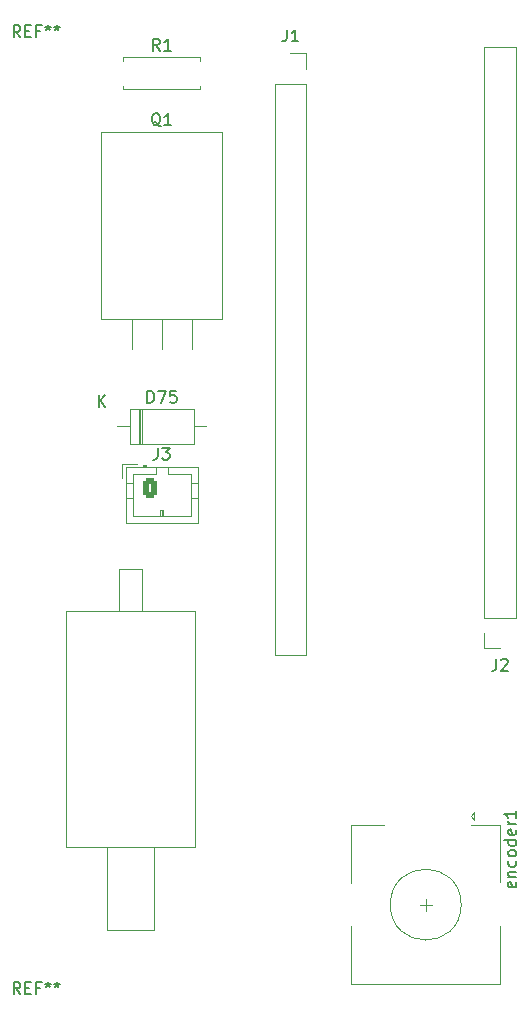
<source format=gbr>
%TF.GenerationSoftware,KiCad,Pcbnew,8.0.1*%
%TF.CreationDate,2024-07-20T19:57:27+09:00*%
%TF.ProjectId,lowd75,6c6f7764-3735-42e6-9b69-6361645f7063,rev?*%
%TF.SameCoordinates,Original*%
%TF.FileFunction,Legend,Top*%
%TF.FilePolarity,Positive*%
%FSLAX46Y46*%
G04 Gerber Fmt 4.6, Leading zero omitted, Abs format (unit mm)*
G04 Created by KiCad (PCBNEW 8.0.1) date 2024-07-20 19:57:27*
%MOMM*%
%LPD*%
G01*
G04 APERTURE LIST*
G04 Aperture macros list*
%AMRoundRect*
0 Rectangle with rounded corners*
0 $1 Rounding radius*
0 $2 $3 $4 $5 $6 $7 $8 $9 X,Y pos of 4 corners*
0 Add a 4 corners polygon primitive as box body*
4,1,4,$2,$3,$4,$5,$6,$7,$8,$9,$2,$3,0*
0 Add four circle primitives for the rounded corners*
1,1,$1+$1,$2,$3*
1,1,$1+$1,$4,$5*
1,1,$1+$1,$6,$7*
1,1,$1+$1,$8,$9*
0 Add four rect primitives between the rounded corners*
20,1,$1+$1,$2,$3,$4,$5,0*
20,1,$1+$1,$4,$5,$6,$7,0*
20,1,$1+$1,$6,$7,$8,$9,0*
20,1,$1+$1,$8,$9,$2,$3,0*%
G04 Aperture macros list end*
%ADD10C,0.150000*%
%ADD11C,0.120000*%
%ADD12C,0.100000*%
%ADD13C,1.700000*%
%ADD14C,3.400000*%
%ADD15R,2.000000X2.000000*%
%ADD16C,2.000000*%
%ADD17R,2.500000X3.000000*%
%ADD18C,1.600000*%
%ADD19O,1.600000X1.600000*%
%ADD20R,2.200000X2.200000*%
%ADD21O,2.200000X2.200000*%
%ADD22R,1.700000X1.700000*%
%ADD23O,1.700000X1.700000*%
%ADD24RoundRect,0.250000X-0.350000X-0.625000X0.350000X-0.625000X0.350000X0.625000X-0.350000X0.625000X0*%
%ADD25O,1.200000X1.750000*%
%ADD26C,3.800000*%
%ADD27C,3.500000*%
%ADD28O,3.500000X3.500000*%
%ADD29R,1.905000X2.000000*%
%ADD30O,1.905000X2.000000*%
G04 APERTURE END LIST*
D10*
X502607200Y-202109524D02*
X502654819Y-202204762D01*
X502654819Y-202204762D02*
X502654819Y-202395238D01*
X502654819Y-202395238D02*
X502607200Y-202490476D01*
X502607200Y-202490476D02*
X502511961Y-202538095D01*
X502511961Y-202538095D02*
X502131009Y-202538095D01*
X502131009Y-202538095D02*
X502035771Y-202490476D01*
X502035771Y-202490476D02*
X501988152Y-202395238D01*
X501988152Y-202395238D02*
X501988152Y-202204762D01*
X501988152Y-202204762D02*
X502035771Y-202109524D01*
X502035771Y-202109524D02*
X502131009Y-202061905D01*
X502131009Y-202061905D02*
X502226247Y-202061905D01*
X502226247Y-202061905D02*
X502321485Y-202538095D01*
X501988152Y-201633333D02*
X502654819Y-201633333D01*
X502083390Y-201633333D02*
X502035771Y-201585714D01*
X502035771Y-201585714D02*
X501988152Y-201490476D01*
X501988152Y-201490476D02*
X501988152Y-201347619D01*
X501988152Y-201347619D02*
X502035771Y-201252381D01*
X502035771Y-201252381D02*
X502131009Y-201204762D01*
X502131009Y-201204762D02*
X502654819Y-201204762D01*
X502607200Y-200300000D02*
X502654819Y-200395238D01*
X502654819Y-200395238D02*
X502654819Y-200585714D01*
X502654819Y-200585714D02*
X502607200Y-200680952D01*
X502607200Y-200680952D02*
X502559580Y-200728571D01*
X502559580Y-200728571D02*
X502464342Y-200776190D01*
X502464342Y-200776190D02*
X502178628Y-200776190D01*
X502178628Y-200776190D02*
X502083390Y-200728571D01*
X502083390Y-200728571D02*
X502035771Y-200680952D01*
X502035771Y-200680952D02*
X501988152Y-200585714D01*
X501988152Y-200585714D02*
X501988152Y-200395238D01*
X501988152Y-200395238D02*
X502035771Y-200300000D01*
X502654819Y-199728571D02*
X502607200Y-199823809D01*
X502607200Y-199823809D02*
X502559580Y-199871428D01*
X502559580Y-199871428D02*
X502464342Y-199919047D01*
X502464342Y-199919047D02*
X502178628Y-199919047D01*
X502178628Y-199919047D02*
X502083390Y-199871428D01*
X502083390Y-199871428D02*
X502035771Y-199823809D01*
X502035771Y-199823809D02*
X501988152Y-199728571D01*
X501988152Y-199728571D02*
X501988152Y-199585714D01*
X501988152Y-199585714D02*
X502035771Y-199490476D01*
X502035771Y-199490476D02*
X502083390Y-199442857D01*
X502083390Y-199442857D02*
X502178628Y-199395238D01*
X502178628Y-199395238D02*
X502464342Y-199395238D01*
X502464342Y-199395238D02*
X502559580Y-199442857D01*
X502559580Y-199442857D02*
X502607200Y-199490476D01*
X502607200Y-199490476D02*
X502654819Y-199585714D01*
X502654819Y-199585714D02*
X502654819Y-199728571D01*
X502654819Y-198538095D02*
X501654819Y-198538095D01*
X502607200Y-198538095D02*
X502654819Y-198633333D01*
X502654819Y-198633333D02*
X502654819Y-198823809D01*
X502654819Y-198823809D02*
X502607200Y-198919047D01*
X502607200Y-198919047D02*
X502559580Y-198966666D01*
X502559580Y-198966666D02*
X502464342Y-199014285D01*
X502464342Y-199014285D02*
X502178628Y-199014285D01*
X502178628Y-199014285D02*
X502083390Y-198966666D01*
X502083390Y-198966666D02*
X502035771Y-198919047D01*
X502035771Y-198919047D02*
X501988152Y-198823809D01*
X501988152Y-198823809D02*
X501988152Y-198633333D01*
X501988152Y-198633333D02*
X502035771Y-198538095D01*
X502607200Y-197680952D02*
X502654819Y-197776190D01*
X502654819Y-197776190D02*
X502654819Y-197966666D01*
X502654819Y-197966666D02*
X502607200Y-198061904D01*
X502607200Y-198061904D02*
X502511961Y-198109523D01*
X502511961Y-198109523D02*
X502131009Y-198109523D01*
X502131009Y-198109523D02*
X502035771Y-198061904D01*
X502035771Y-198061904D02*
X501988152Y-197966666D01*
X501988152Y-197966666D02*
X501988152Y-197776190D01*
X501988152Y-197776190D02*
X502035771Y-197680952D01*
X502035771Y-197680952D02*
X502131009Y-197633333D01*
X502131009Y-197633333D02*
X502226247Y-197633333D01*
X502226247Y-197633333D02*
X502321485Y-198109523D01*
X502654819Y-197204761D02*
X501988152Y-197204761D01*
X502178628Y-197204761D02*
X502083390Y-197157142D01*
X502083390Y-197157142D02*
X502035771Y-197109523D01*
X502035771Y-197109523D02*
X501988152Y-197014285D01*
X501988152Y-197014285D02*
X501988152Y-196919047D01*
X502654819Y-196061904D02*
X502654819Y-196633332D01*
X502654819Y-196347618D02*
X501654819Y-196347618D01*
X501654819Y-196347618D02*
X501797676Y-196442856D01*
X501797676Y-196442856D02*
X501892914Y-196538094D01*
X501892914Y-196538094D02*
X501940533Y-196633332D01*
X472473333Y-131699819D02*
X472140000Y-131223628D01*
X471901905Y-131699819D02*
X471901905Y-130699819D01*
X471901905Y-130699819D02*
X472282857Y-130699819D01*
X472282857Y-130699819D02*
X472378095Y-130747438D01*
X472378095Y-130747438D02*
X472425714Y-130795057D01*
X472425714Y-130795057D02*
X472473333Y-130890295D01*
X472473333Y-130890295D02*
X472473333Y-131033152D01*
X472473333Y-131033152D02*
X472425714Y-131128390D01*
X472425714Y-131128390D02*
X472378095Y-131176009D01*
X472378095Y-131176009D02*
X472282857Y-131223628D01*
X472282857Y-131223628D02*
X471901905Y-131223628D01*
X473425714Y-131699819D02*
X472854286Y-131699819D01*
X473140000Y-131699819D02*
X473140000Y-130699819D01*
X473140000Y-130699819D02*
X473044762Y-130842676D01*
X473044762Y-130842676D02*
X472949524Y-130937914D01*
X472949524Y-130937914D02*
X472854286Y-130985533D01*
X471425714Y-161499819D02*
X471425714Y-160499819D01*
X471425714Y-160499819D02*
X471663809Y-160499819D01*
X471663809Y-160499819D02*
X471806666Y-160547438D01*
X471806666Y-160547438D02*
X471901904Y-160642676D01*
X471901904Y-160642676D02*
X471949523Y-160737914D01*
X471949523Y-160737914D02*
X471997142Y-160928390D01*
X471997142Y-160928390D02*
X471997142Y-161071247D01*
X471997142Y-161071247D02*
X471949523Y-161261723D01*
X471949523Y-161261723D02*
X471901904Y-161356961D01*
X471901904Y-161356961D02*
X471806666Y-161452200D01*
X471806666Y-161452200D02*
X471663809Y-161499819D01*
X471663809Y-161499819D02*
X471425714Y-161499819D01*
X472330476Y-160499819D02*
X472997142Y-160499819D01*
X472997142Y-160499819D02*
X472568571Y-161499819D01*
X473854285Y-160499819D02*
X473378095Y-160499819D01*
X473378095Y-160499819D02*
X473330476Y-160976009D01*
X473330476Y-160976009D02*
X473378095Y-160928390D01*
X473378095Y-160928390D02*
X473473333Y-160880771D01*
X473473333Y-160880771D02*
X473711428Y-160880771D01*
X473711428Y-160880771D02*
X473806666Y-160928390D01*
X473806666Y-160928390D02*
X473854285Y-160976009D01*
X473854285Y-160976009D02*
X473901904Y-161071247D01*
X473901904Y-161071247D02*
X473901904Y-161309342D01*
X473901904Y-161309342D02*
X473854285Y-161404580D01*
X473854285Y-161404580D02*
X473806666Y-161452200D01*
X473806666Y-161452200D02*
X473711428Y-161499819D01*
X473711428Y-161499819D02*
X473473333Y-161499819D01*
X473473333Y-161499819D02*
X473378095Y-161452200D01*
X473378095Y-161452200D02*
X473330476Y-161404580D01*
X467298095Y-161869819D02*
X467298095Y-160869819D01*
X467869523Y-161869819D02*
X467440952Y-161298390D01*
X467869523Y-160869819D02*
X467298095Y-161441247D01*
X483211666Y-129919818D02*
X483211666Y-130634103D01*
X483211666Y-130634103D02*
X483164047Y-130776960D01*
X483164047Y-130776960D02*
X483068809Y-130872199D01*
X483068809Y-130872199D02*
X482925952Y-130919818D01*
X482925952Y-130919818D02*
X482830714Y-130919818D01*
X484211666Y-130919818D02*
X483640238Y-130919818D01*
X483925952Y-130919818D02*
X483925952Y-129919818D01*
X483925952Y-129919818D02*
X483830714Y-130062675D01*
X483830714Y-130062675D02*
X483735476Y-130157913D01*
X483735476Y-130157913D02*
X483640238Y-130205532D01*
X472306666Y-165319819D02*
X472306666Y-166034104D01*
X472306666Y-166034104D02*
X472259047Y-166176961D01*
X472259047Y-166176961D02*
X472163809Y-166272200D01*
X472163809Y-166272200D02*
X472020952Y-166319819D01*
X472020952Y-166319819D02*
X471925714Y-166319819D01*
X472687619Y-165319819D02*
X473306666Y-165319819D01*
X473306666Y-165319819D02*
X472973333Y-165700771D01*
X472973333Y-165700771D02*
X473116190Y-165700771D01*
X473116190Y-165700771D02*
X473211428Y-165748390D01*
X473211428Y-165748390D02*
X473259047Y-165796009D01*
X473259047Y-165796009D02*
X473306666Y-165891247D01*
X473306666Y-165891247D02*
X473306666Y-166129342D01*
X473306666Y-166129342D02*
X473259047Y-166224580D01*
X473259047Y-166224580D02*
X473211428Y-166272200D01*
X473211428Y-166272200D02*
X473116190Y-166319819D01*
X473116190Y-166319819D02*
X472830476Y-166319819D01*
X472830476Y-166319819D02*
X472735238Y-166272200D01*
X472735238Y-166272200D02*
X472687619Y-166224580D01*
X460666666Y-211554819D02*
X460333333Y-211078628D01*
X460095238Y-211554819D02*
X460095238Y-210554819D01*
X460095238Y-210554819D02*
X460476190Y-210554819D01*
X460476190Y-210554819D02*
X460571428Y-210602438D01*
X460571428Y-210602438D02*
X460619047Y-210650057D01*
X460619047Y-210650057D02*
X460666666Y-210745295D01*
X460666666Y-210745295D02*
X460666666Y-210888152D01*
X460666666Y-210888152D02*
X460619047Y-210983390D01*
X460619047Y-210983390D02*
X460571428Y-211031009D01*
X460571428Y-211031009D02*
X460476190Y-211078628D01*
X460476190Y-211078628D02*
X460095238Y-211078628D01*
X461095238Y-211031009D02*
X461428571Y-211031009D01*
X461571428Y-211554819D02*
X461095238Y-211554819D01*
X461095238Y-211554819D02*
X461095238Y-210554819D01*
X461095238Y-210554819D02*
X461571428Y-210554819D01*
X462333333Y-211031009D02*
X462000000Y-211031009D01*
X462000000Y-211554819D02*
X462000000Y-210554819D01*
X462000000Y-210554819D02*
X462476190Y-210554819D01*
X463000000Y-210554819D02*
X463000000Y-210792914D01*
X462761905Y-210697676D02*
X463000000Y-210792914D01*
X463000000Y-210792914D02*
X463238095Y-210697676D01*
X462857143Y-210983390D02*
X463000000Y-210792914D01*
X463000000Y-210792914D02*
X463142857Y-210983390D01*
X463761905Y-210554819D02*
X463761905Y-210792914D01*
X463523810Y-210697676D02*
X463761905Y-210792914D01*
X463761905Y-210792914D02*
X464000000Y-210697676D01*
X463619048Y-210983390D02*
X463761905Y-210792914D01*
X463761905Y-210792914D02*
X463904762Y-210983390D01*
X460666666Y-130554819D02*
X460333333Y-130078628D01*
X460095238Y-130554819D02*
X460095238Y-129554819D01*
X460095238Y-129554819D02*
X460476190Y-129554819D01*
X460476190Y-129554819D02*
X460571428Y-129602438D01*
X460571428Y-129602438D02*
X460619047Y-129650057D01*
X460619047Y-129650057D02*
X460666666Y-129745295D01*
X460666666Y-129745295D02*
X460666666Y-129888152D01*
X460666666Y-129888152D02*
X460619047Y-129983390D01*
X460619047Y-129983390D02*
X460571428Y-130031009D01*
X460571428Y-130031009D02*
X460476190Y-130078628D01*
X460476190Y-130078628D02*
X460095238Y-130078628D01*
X461095238Y-130031009D02*
X461428571Y-130031009D01*
X461571428Y-130554819D02*
X461095238Y-130554819D01*
X461095238Y-130554819D02*
X461095238Y-129554819D01*
X461095238Y-129554819D02*
X461571428Y-129554819D01*
X462333333Y-130031009D02*
X462000000Y-130031009D01*
X462000000Y-130554819D02*
X462000000Y-129554819D01*
X462000000Y-129554819D02*
X462476190Y-129554819D01*
X463000000Y-129554819D02*
X463000000Y-129792914D01*
X462761905Y-129697676D02*
X463000000Y-129792914D01*
X463000000Y-129792914D02*
X463238095Y-129697676D01*
X462857143Y-129983390D02*
X463000000Y-129792914D01*
X463000000Y-129792914D02*
X463142857Y-129983390D01*
X463761905Y-129554819D02*
X463761905Y-129792914D01*
X463523810Y-129697676D02*
X463761905Y-129792914D01*
X463761905Y-129792914D02*
X464000000Y-129697676D01*
X463619048Y-129983390D02*
X463761905Y-129792914D01*
X463761905Y-129792914D02*
X463904762Y-129983390D01*
X500966666Y-183189818D02*
X500966666Y-183904103D01*
X500966666Y-183904103D02*
X500919047Y-184046960D01*
X500919047Y-184046960D02*
X500823809Y-184142199D01*
X500823809Y-184142199D02*
X500680952Y-184189818D01*
X500680952Y-184189818D02*
X500585714Y-184189818D01*
X501395238Y-183285056D02*
X501442857Y-183237437D01*
X501442857Y-183237437D02*
X501538095Y-183189818D01*
X501538095Y-183189818D02*
X501776190Y-183189818D01*
X501776190Y-183189818D02*
X501871428Y-183237437D01*
X501871428Y-183237437D02*
X501919047Y-183285056D01*
X501919047Y-183285056D02*
X501966666Y-183380294D01*
X501966666Y-183380294D02*
X501966666Y-183475532D01*
X501966666Y-183475532D02*
X501919047Y-183618389D01*
X501919047Y-183618389D02*
X501347619Y-184189818D01*
X501347619Y-184189818D02*
X501966666Y-184189818D01*
X472544761Y-138095057D02*
X472449523Y-138047438D01*
X472449523Y-138047438D02*
X472354285Y-137952200D01*
X472354285Y-137952200D02*
X472211428Y-137809342D01*
X472211428Y-137809342D02*
X472116190Y-137761723D01*
X472116190Y-137761723D02*
X472020952Y-137761723D01*
X472068571Y-137999819D02*
X471973333Y-137952200D01*
X471973333Y-137952200D02*
X471878095Y-137856961D01*
X471878095Y-137856961D02*
X471830476Y-137666485D01*
X471830476Y-137666485D02*
X471830476Y-137333152D01*
X471830476Y-137333152D02*
X471878095Y-137142676D01*
X471878095Y-137142676D02*
X471973333Y-137047438D01*
X471973333Y-137047438D02*
X472068571Y-136999819D01*
X472068571Y-136999819D02*
X472259047Y-136999819D01*
X472259047Y-136999819D02*
X472354285Y-137047438D01*
X472354285Y-137047438D02*
X472449523Y-137142676D01*
X472449523Y-137142676D02*
X472497142Y-137333152D01*
X472497142Y-137333152D02*
X472497142Y-137666485D01*
X472497142Y-137666485D02*
X472449523Y-137856961D01*
X472449523Y-137856961D02*
X472354285Y-137952200D01*
X472354285Y-137952200D02*
X472259047Y-137999819D01*
X472259047Y-137999819D02*
X472068571Y-137999819D01*
X473449523Y-137999819D02*
X472878095Y-137999819D01*
X473163809Y-137999819D02*
X473163809Y-136999819D01*
X473163809Y-136999819D02*
X473068571Y-137142676D01*
X473068571Y-137142676D02*
X472973333Y-137237914D01*
X472973333Y-137237914D02*
X472878095Y-137285533D01*
D11*
%TO.C,encoder1*%
X488700000Y-197300000D02*
X491500000Y-197300000D01*
X488700000Y-202200000D02*
X488700000Y-197300000D01*
X488700000Y-210700000D02*
X488700000Y-205800000D01*
X495000000Y-203500000D02*
X495000000Y-204500000D01*
X495500000Y-204000000D02*
X494500000Y-204000000D01*
X498800000Y-196500000D02*
X499100000Y-196200000D01*
X499100000Y-196200000D02*
X499100000Y-196800000D01*
X499100000Y-196800000D02*
X498800000Y-196500000D01*
X501300000Y-197300000D02*
X498800000Y-197300000D01*
X501300000Y-202100000D02*
X501300000Y-197300000D01*
X501300000Y-205800000D02*
X501300000Y-210700000D01*
X501300000Y-210700000D02*
X488700000Y-210700000D01*
X498000000Y-204000000D02*
G75*
G02*
X492000000Y-204000000I-3000000J0D01*
G01*
X492000000Y-204000000D02*
G75*
G02*
X498000000Y-204000000I3000000J0D01*
G01*
%TO.C,R1*%
X469370000Y-132245000D02*
X475910000Y-132245000D01*
X469370000Y-132575000D02*
X469370000Y-132245000D01*
X469370000Y-134655000D02*
X469370000Y-134985000D01*
X469370000Y-134985000D02*
X475910000Y-134985000D01*
X475910000Y-132245000D02*
X475910000Y-132575000D01*
X475910000Y-134985000D02*
X475910000Y-134655000D01*
%TO.C,D75*%
X468900000Y-163515000D02*
X469920000Y-163515000D01*
X469920000Y-162045000D02*
X469920000Y-164985000D01*
X469920000Y-164985000D02*
X475360000Y-164985000D01*
X470700000Y-162045000D02*
X470700000Y-164985000D01*
X470820000Y-162045000D02*
X470820000Y-164985000D01*
X470940000Y-162045000D02*
X470940000Y-164985000D01*
X475360000Y-162045000D02*
X469920000Y-162045000D01*
X475360000Y-164985000D02*
X475360000Y-162045000D01*
X476380000Y-163515000D02*
X475360000Y-163515000D01*
%TO.C,J1*%
X482215000Y-134505000D02*
X482215000Y-182824999D01*
X482215000Y-134505000D02*
X484875000Y-134505000D01*
X482215000Y-182824999D02*
X484875000Y-182824999D01*
X483545000Y-131904999D02*
X484875000Y-131904999D01*
X484875000Y-131904999D02*
X484875000Y-133234999D01*
X484875000Y-134505000D02*
X484875000Y-182824999D01*
%TO.C,J3*%
X469280000Y-166655000D02*
X469280000Y-167905000D01*
X469580000Y-166955000D02*
X469580000Y-171675000D01*
X469580000Y-168265000D02*
X470190000Y-168265000D01*
X469580000Y-169565000D02*
X470190000Y-169565000D01*
X469580000Y-171675000D02*
X475700000Y-171675000D01*
X470190000Y-167565000D02*
X470190000Y-171065000D01*
X470190000Y-171065000D02*
X475090000Y-171065000D01*
X470530000Y-166655000D02*
X469280000Y-166655000D01*
X471040000Y-166755000D02*
X471040000Y-166955000D01*
X471340000Y-166755000D02*
X471040000Y-166755000D01*
X471340000Y-166855000D02*
X471040000Y-166855000D01*
X471340000Y-166955000D02*
X471340000Y-166755000D01*
X472140000Y-166955000D02*
X472140000Y-167565000D01*
X472140000Y-167565000D02*
X470190000Y-167565000D01*
X472540000Y-170565000D02*
X472740000Y-170565000D01*
X472540000Y-171065000D02*
X472540000Y-170565000D01*
X472640000Y-171065000D02*
X472640000Y-170565000D01*
X472740000Y-170565000D02*
X472740000Y-171065000D01*
X473140000Y-167565000D02*
X473140000Y-166955000D01*
X475090000Y-167565000D02*
X473140000Y-167565000D01*
X475090000Y-171065000D02*
X475090000Y-167565000D01*
X475700000Y-166955000D02*
X469580000Y-166955000D01*
X475700000Y-168265000D02*
X475090000Y-168265000D01*
X475700000Y-169565000D02*
X475090000Y-169565000D01*
X475700000Y-171675000D02*
X475700000Y-166955000D01*
%TO.C,J2*%
X499970000Y-179694998D02*
X499970000Y-131374999D01*
X499970000Y-182294999D02*
X499970000Y-180964999D01*
X501300000Y-182294999D02*
X499970000Y-182294999D01*
X502630000Y-131374999D02*
X499970000Y-131374999D01*
X502630000Y-179694998D02*
X499970000Y-179694998D01*
X502630000Y-179694998D02*
X502630000Y-131374999D01*
D12*
%TO.C,REF\u002A\u002A*%
X464500000Y-179125000D02*
X475500000Y-179125000D01*
X464500000Y-199125000D02*
X464500000Y-179125000D01*
X468000000Y-206124999D02*
X468000000Y-199125000D01*
X469000000Y-175625000D02*
X469000000Y-179125000D01*
X469000000Y-175625000D02*
X471000000Y-175625000D01*
X471000000Y-175625000D02*
X471000000Y-179125000D01*
X472000000Y-206125000D02*
X468000000Y-206124999D01*
X472000000Y-206125000D02*
X472000000Y-199125000D01*
X475500000Y-179125000D02*
X475500000Y-199125000D01*
X475500000Y-199125000D02*
X464500000Y-199125000D01*
D11*
%TO.C,Q1*%
X467520000Y-138545000D02*
X467520000Y-154434999D01*
X467520000Y-138545000D02*
X477760000Y-138545000D01*
X467520000Y-154434999D02*
X477760000Y-154435000D01*
X470100000Y-154435000D02*
X470100000Y-156975000D01*
X472640000Y-154435000D02*
X472640000Y-156975000D01*
X475179999Y-154435000D02*
X475180000Y-156975000D01*
X477760000Y-138545000D02*
X477760000Y-154435000D01*
%TD*%
%LPC*%
D13*
%TO.C,SW42*%
X645775000Y-173525000D03*
D14*
X651275000Y-173525000D03*
D13*
X656775000Y-173525000D03*
%TD*%
%TO.C,SW44*%
X679775000Y-173525000D03*
D14*
X685275000Y-173525000D03*
D13*
X690775000Y-173525000D03*
%TD*%
%TO.C,SW16*%
X790275000Y-139525000D03*
D14*
X795775000Y-139525000D03*
D13*
X801275000Y-139525000D03*
%TD*%
D15*
%TO.C,encoder1*%
X497500000Y-196500000D03*
D16*
X492500000Y-196500000D03*
X495000000Y-196500000D03*
D17*
X500600000Y-204000000D03*
X489400000Y-204000000D03*
%TD*%
D13*
%TO.C,SW41*%
X628775000Y-173525000D03*
D14*
X634275000Y-173525000D03*
D13*
X639775000Y-173525000D03*
%TD*%
%TO.C,SW26*%
X658525000Y-156525000D03*
D14*
X664025000Y-156525000D03*
D13*
X669525000Y-156525000D03*
%TD*%
D18*
%TO.C,R1*%
X468830000Y-133615000D03*
D19*
X476450000Y-133615000D03*
%TD*%
D13*
%TO.C,SW39*%
X594775000Y-173525000D03*
D14*
X600275000Y-173525000D03*
D13*
X605775000Y-173525000D03*
%TD*%
%TO.C,SW24*%
X624525000Y-156525000D03*
D14*
X630025000Y-156525000D03*
D13*
X635525000Y-156525000D03*
%TD*%
%TO.C,SW45*%
X696775000Y-173525000D03*
D14*
X702275000Y-173525000D03*
D13*
X707775000Y-173525000D03*
%TD*%
%TO.C,SW66*%
X622400000Y-207525000D03*
D14*
X627900000Y-207525000D03*
D13*
X633400000Y-207525000D03*
%TD*%
%TO.C,SW12*%
X701025000Y-139525000D03*
D14*
X706525000Y-139525000D03*
D13*
X712025000Y-139525000D03*
%TD*%
%TO.C,SW20*%
X556525000Y-156525000D03*
D14*
X562025000Y-156525000D03*
D13*
X567525000Y-156525000D03*
%TD*%
%TO.C,SW54*%
X637275000Y-190525000D03*
D14*
X642775000Y-190525000D03*
D13*
X648275000Y-190525000D03*
%TD*%
%TO.C,SW1*%
X514025000Y-139525000D03*
D14*
X519525000Y-139525000D03*
D13*
X525025000Y-139525000D03*
%TD*%
%TO.C,SW40*%
X611775000Y-173525000D03*
D14*
X617275000Y-173525000D03*
D13*
X622775000Y-173525000D03*
%TD*%
%TO.C,SW23*%
X607525000Y-156525000D03*
D14*
X613025000Y-156525000D03*
D13*
X618525000Y-156525000D03*
%TD*%
%TO.C,SW35*%
X520400000Y-173525000D03*
D14*
X525900000Y-173525000D03*
D13*
X531400000Y-173525000D03*
%TD*%
D20*
%TO.C,D75*%
X467560000Y-163515000D03*
D21*
X477720000Y-163515000D03*
%TD*%
D13*
%TO.C,SW7*%
X616025000Y-139525000D03*
D14*
X621525000Y-139525000D03*
D13*
X627025000Y-139525000D03*
%TD*%
%TO.C,SW60*%
X752025000Y-190525000D03*
D14*
X757525000Y-190525000D03*
D13*
X763025000Y-190525000D03*
%TD*%
%TO.C,SW21*%
X573525000Y-156525000D03*
D14*
X579025000Y-156525000D03*
D13*
X584525000Y-156525000D03*
%TD*%
%TO.C,SW9*%
X650025000Y-139525000D03*
D14*
X655525000Y-139525000D03*
D13*
X661025000Y-139525000D03*
%TD*%
%TO.C,SW70*%
X728650000Y-207525000D03*
D14*
X734150000Y-207525000D03*
D13*
X739650000Y-207525000D03*
%TD*%
%TO.C,SW4*%
X565025000Y-139525000D03*
D14*
X570525000Y-139525000D03*
D13*
X576025000Y-139525000D03*
%TD*%
%TO.C,SW3*%
X548025000Y-139525000D03*
D14*
X553525000Y-139525000D03*
D13*
X559025000Y-139525000D03*
%TD*%
%TO.C,SW51*%
X586275000Y-190525000D03*
D14*
X591775000Y-190525000D03*
D13*
X597275000Y-190525000D03*
%TD*%
%TO.C,SW64*%
X558650000Y-207525000D03*
D14*
X564150000Y-207525000D03*
D13*
X569650000Y-207525000D03*
%TD*%
%TO.C,SW74*%
X807275000Y-207525000D03*
D14*
X812775000Y-207525000D03*
D13*
X818275000Y-207525000D03*
%TD*%
%TO.C,SW15*%
X773275000Y-139525000D03*
D14*
X778775000Y-139525000D03*
D13*
X784275000Y-139525000D03*
%TD*%
%TO.C,SW31*%
X747775000Y-156525000D03*
D14*
X753275000Y-156525000D03*
D13*
X758775000Y-156525000D03*
%TD*%
%TO.C,SW68*%
X686150000Y-207525000D03*
D14*
X691650000Y-207525000D03*
D13*
X697150000Y-207525000D03*
%TD*%
%TO.C,SW36*%
X543775000Y-173525000D03*
D14*
X549275000Y-173525000D03*
D13*
X554775000Y-173525000D03*
%TD*%
%TO.C,SW72*%
X773275000Y-207525000D03*
D14*
X778775000Y-207525000D03*
D13*
X784275000Y-207525000D03*
%TD*%
%TO.C,SW46*%
X713775000Y-173525000D03*
D14*
X719275000Y-173525000D03*
D13*
X724775000Y-173525000D03*
%TD*%
%TO.C,SW53*%
X620275000Y-190525000D03*
D14*
X625775000Y-190525000D03*
D13*
X631275000Y-190525000D03*
%TD*%
%TO.C,SW49*%
X552275000Y-190525000D03*
D14*
X557775000Y-190525000D03*
D13*
X563275000Y-190525000D03*
%TD*%
%TO.C,SW62*%
X516150000Y-207525000D03*
D14*
X521650000Y-207525000D03*
D13*
X527150000Y-207525000D03*
%TD*%
%TO.C,SW69*%
X707400000Y-207525000D03*
D14*
X712900000Y-207525000D03*
D13*
X718400000Y-207525000D03*
%TD*%
%TO.C,SW52*%
X603275000Y-190525000D03*
D14*
X608775000Y-190525000D03*
D13*
X614275000Y-190525000D03*
%TD*%
D22*
%TO.C,J1*%
X483545000Y-133234999D03*
D23*
X483545000Y-135774999D03*
X483545000Y-138314998D03*
X483545000Y-140854999D03*
X483545000Y-143394999D03*
X483545000Y-145934999D03*
X483545000Y-148474999D03*
X483545000Y-151015000D03*
X483545000Y-153554999D03*
X483545000Y-156094999D03*
X483545000Y-158634999D03*
X483545000Y-161174998D03*
X483545000Y-163714999D03*
X483545000Y-166254999D03*
X483545000Y-168794999D03*
X483545000Y-171334998D03*
X483545000Y-173875000D03*
X483545000Y-176414999D03*
X483545000Y-178954999D03*
X483545000Y-181494999D03*
%TD*%
D13*
%TO.C,SW6*%
X599025000Y-139525000D03*
D14*
X604525000Y-139525000D03*
D13*
X610025000Y-139525000D03*
%TD*%
%TO.C,SW50*%
X569275000Y-190525000D03*
D14*
X574775000Y-190525000D03*
D13*
X580275000Y-190525000D03*
%TD*%
D24*
%TO.C,J3*%
X471640000Y-168765000D03*
D25*
X473640000Y-168765000D03*
%TD*%
D13*
%TO.C,SW57*%
X688275000Y-190525000D03*
D14*
X693775000Y-190525000D03*
D13*
X699275000Y-190525000D03*
%TD*%
D26*
%TO.C,REF\u002A\u002A*%
X462000000Y-214000000D03*
%TD*%
D13*
%TO.C,SW59*%
X728650000Y-190525000D03*
D14*
X734150000Y-190525000D03*
D13*
X739650000Y-190525000D03*
%TD*%
%TO.C,SW43*%
X662775000Y-173525000D03*
D14*
X668275000Y-173525000D03*
D13*
X673775000Y-173525000D03*
%TD*%
%TO.C,SW56*%
X671275000Y-190525000D03*
D14*
X676775000Y-190525000D03*
D13*
X682275000Y-190525000D03*
%TD*%
%TO.C,SW10*%
X667025000Y-139525000D03*
D14*
X672525000Y-139525000D03*
D13*
X678025000Y-139525000D03*
%TD*%
%TO.C,SW55*%
X654275000Y-190525000D03*
D14*
X659775000Y-190525000D03*
D13*
X665275000Y-190525000D03*
%TD*%
%TO.C,SW58*%
X705275000Y-190525000D03*
D14*
X710775000Y-190525000D03*
D13*
X716275000Y-190525000D03*
%TD*%
%TO.C,SW17*%
X807275000Y-139525000D03*
D14*
X812775000Y-139525000D03*
D13*
X818275000Y-139525000D03*
%TD*%
%TO.C,SW37*%
X560775000Y-173525000D03*
D14*
X566275000Y-173525000D03*
D13*
X571775000Y-173525000D03*
%TD*%
%TO.C,SW61*%
X790275000Y-190525000D03*
D14*
X795775000Y-190525000D03*
D13*
X801275000Y-190525000D03*
%TD*%
%TO.C,SW34*%
X807275000Y-156525000D03*
D14*
X812775000Y-156525000D03*
D13*
X818275000Y-156525000D03*
%TD*%
D26*
%TO.C,REF\u002A\u002A*%
X462000000Y-133000000D03*
%TD*%
D13*
%TO.C,SW8*%
X633025000Y-139525000D03*
D14*
X638525000Y-139525000D03*
D13*
X644025000Y-139525000D03*
%TD*%
%TO.C,SW71*%
X749900000Y-207525000D03*
D14*
X755400000Y-207525000D03*
D13*
X760900000Y-207525000D03*
%TD*%
%TO.C,SW28*%
X692525000Y-156525000D03*
D14*
X698025000Y-156525000D03*
D13*
X703525000Y-156525000D03*
%TD*%
%TO.C,SW33*%
X790275000Y-156525000D03*
D14*
X795775000Y-156525000D03*
D13*
X801275000Y-156525000D03*
%TD*%
%TO.C,SW48*%
X524650000Y-190525000D03*
D14*
X530150000Y-190525000D03*
D13*
X535650000Y-190525000D03*
%TD*%
%TO.C,SW14*%
X743525000Y-139525000D03*
D14*
X749025000Y-139525000D03*
D13*
X754525000Y-139525000D03*
%TD*%
%TO.C,SW73*%
X790275000Y-207525000D03*
D14*
X795775000Y-207525000D03*
D13*
X801275000Y-207525000D03*
%TD*%
%TO.C,SW2*%
X531025000Y-139525000D03*
D14*
X536525000Y-139525000D03*
D13*
X542025000Y-139525000D03*
%TD*%
D22*
%TO.C,J2*%
X501300000Y-180964999D03*
D23*
X501300000Y-178424999D03*
X501300000Y-175885000D03*
X501300000Y-173344999D03*
X501300000Y-170804999D03*
X501300000Y-168264999D03*
X501300000Y-165724999D03*
X501300000Y-163184998D03*
X501300000Y-160644999D03*
X501300000Y-158104999D03*
X501300000Y-155564999D03*
X501300000Y-153025000D03*
X501300000Y-150484999D03*
X501300000Y-147944999D03*
X501300000Y-145404999D03*
X501300000Y-142865000D03*
X501300000Y-140324998D03*
X501300000Y-137784999D03*
X501300000Y-135244999D03*
X501300000Y-132704999D03*
%TD*%
D13*
%TO.C,SW65*%
X588400000Y-207525000D03*
D14*
X593900000Y-207525000D03*
D13*
X599400000Y-207525000D03*
%TD*%
%TO.C,SW5*%
X582025000Y-139525000D03*
D14*
X587525000Y-139525000D03*
D13*
X593025000Y-139525000D03*
%TD*%
%TO.C,SW30*%
X726525000Y-156525000D03*
D14*
X732025000Y-156525000D03*
D13*
X737525000Y-156525000D03*
%TD*%
%TO.C,SW13*%
X718025000Y-139525000D03*
D14*
X723525000Y-139525000D03*
D13*
X729025000Y-139525000D03*
%TD*%
%TO.C,SW38*%
X577775000Y-173525000D03*
D14*
X583275000Y-173525000D03*
D13*
X588775000Y-173525000D03*
%TD*%
%TO.C,SW67*%
X656400000Y-207525000D03*
D14*
X661900000Y-207525000D03*
D13*
X667400000Y-207525000D03*
%TD*%
%TO.C,SW11*%
X684025000Y-139525000D03*
D14*
X689525000Y-139525000D03*
D13*
X695025000Y-139525000D03*
%TD*%
%TO.C,SW29*%
X709525000Y-156525000D03*
D14*
X715025000Y-156525000D03*
D13*
X720525000Y-156525000D03*
%TD*%
%TO.C,SW25*%
X641525000Y-156525000D03*
D14*
X647025000Y-156525000D03*
D13*
X652525000Y-156525000D03*
%TD*%
D27*
%TO.C,REF\u002A\u002A*%
X473000000Y-194125000D03*
X467000000Y-184125000D03*
%TD*%
D13*
%TO.C,SW18*%
X518275000Y-156525000D03*
D14*
X523775000Y-156525000D03*
D13*
X529275000Y-156525000D03*
%TD*%
%TO.C,SW63*%
X537400000Y-207525000D03*
D14*
X542900000Y-207525000D03*
D13*
X548400000Y-207525000D03*
%TD*%
%TO.C,SW27*%
X675525000Y-156525000D03*
D14*
X681025000Y-156525000D03*
D13*
X686525000Y-156525000D03*
%TD*%
D28*
%TO.C,Q1*%
X472640000Y-141465000D03*
D29*
X470100000Y-158125000D03*
D30*
X472640000Y-158125000D03*
X475179999Y-158125000D03*
%TD*%
D13*
%TO.C,SW32*%
X773275000Y-156525000D03*
D14*
X778775000Y-156525000D03*
D13*
X784275000Y-156525000D03*
%TD*%
%TO.C,SW47*%
X741400000Y-173525000D03*
D14*
X746900000Y-173525000D03*
D13*
X752400000Y-173525000D03*
%TD*%
%TO.C,SW19*%
X539525000Y-156525000D03*
D14*
X545025000Y-156525000D03*
D13*
X550525000Y-156525000D03*
%TD*%
%TO.C,SW22*%
X590525000Y-156525000D03*
D14*
X596025000Y-156525000D03*
D13*
X601525000Y-156525000D03*
%TD*%
%LPD*%
M02*

</source>
